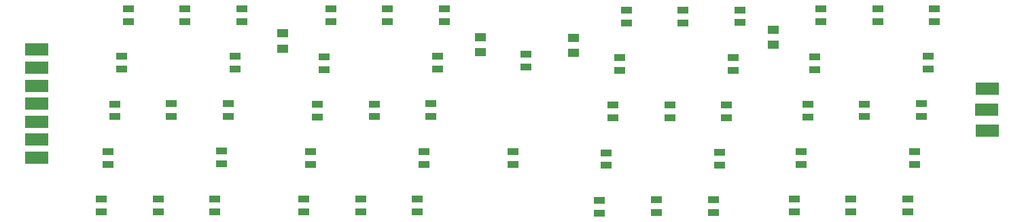
<source format=gbp>
G04 Layer_Color=128*
%FSLAX42Y42*%
%MOMM*%
G71*
G01*
G75*
%ADD15R,1.40X1.05*%
%ADD16R,1.35X0.95*%
%ADD17R,3.00X1.50*%
D15*
X9434Y2612D02*
D03*
Y2802D02*
D03*
X6945Y2508D02*
D03*
Y2698D02*
D03*
X5785Y2709D02*
D03*
Y2519D02*
D03*
X3317Y2753D02*
D03*
Y2563D02*
D03*
D16*
X1393Y3059D02*
D03*
Y2899D02*
D03*
X1310Y2465D02*
D03*
Y2305D02*
D03*
X1226Y1871D02*
D03*
Y1711D02*
D03*
X1143Y1276D02*
D03*
Y1116D02*
D03*
X1059Y682D02*
D03*
Y522D02*
D03*
X1766Y524D02*
D03*
Y684D02*
D03*
X2474Y525D02*
D03*
Y685D02*
D03*
X2557Y1280D02*
D03*
Y1120D02*
D03*
X2641Y1874D02*
D03*
Y1714D02*
D03*
X1933Y1712D02*
D03*
Y1872D02*
D03*
X2100Y2901D02*
D03*
Y3061D02*
D03*
X2808Y3062D02*
D03*
Y2902D02*
D03*
X2724Y2468D02*
D03*
Y2308D02*
D03*
X3918Y3058D02*
D03*
Y2898D02*
D03*
X3834Y2463D02*
D03*
Y2303D02*
D03*
X3751Y1869D02*
D03*
Y1709D02*
D03*
X3667Y1275D02*
D03*
Y1115D02*
D03*
X3584Y681D02*
D03*
Y521D02*
D03*
X4291Y523D02*
D03*
Y683D02*
D03*
X4998Y524D02*
D03*
Y684D02*
D03*
X5081Y1278D02*
D03*
Y1118D02*
D03*
X5165Y1872D02*
D03*
Y1712D02*
D03*
X4458Y1711D02*
D03*
Y1871D02*
D03*
X4625Y2899D02*
D03*
Y3059D02*
D03*
X5332Y3061D02*
D03*
Y2901D02*
D03*
X5248Y2467D02*
D03*
Y2307D02*
D03*
X6352Y2493D02*
D03*
Y2333D02*
D03*
X6192Y1114D02*
D03*
Y1274D02*
D03*
X7602Y3045D02*
D03*
Y2885D02*
D03*
X7518Y2451D02*
D03*
Y2291D02*
D03*
X7435Y1856D02*
D03*
Y1696D02*
D03*
X7351Y1262D02*
D03*
Y1102D02*
D03*
X7268Y668D02*
D03*
Y508D02*
D03*
X7975Y510D02*
D03*
Y670D02*
D03*
X8682Y511D02*
D03*
Y671D02*
D03*
X8765Y1265D02*
D03*
Y1105D02*
D03*
X8849Y1860D02*
D03*
Y1700D02*
D03*
X8142Y1698D02*
D03*
Y1858D02*
D03*
X8309Y2886D02*
D03*
Y3046D02*
D03*
X9016Y3048D02*
D03*
Y2888D02*
D03*
X8932Y2294D02*
D03*
Y2454D02*
D03*
X10027Y3057D02*
D03*
Y2897D02*
D03*
X9944Y2463D02*
D03*
Y2303D02*
D03*
X9860Y1869D02*
D03*
Y1709D02*
D03*
X9777Y1275D02*
D03*
Y1115D02*
D03*
X9693Y681D02*
D03*
Y521D02*
D03*
X10400Y522D02*
D03*
Y682D02*
D03*
X11107Y524D02*
D03*
Y684D02*
D03*
X11191Y1118D02*
D03*
Y1278D02*
D03*
X11274Y1872D02*
D03*
Y1712D02*
D03*
X10567Y1711D02*
D03*
Y1871D02*
D03*
X10734Y2899D02*
D03*
Y3059D02*
D03*
X11441Y3061D02*
D03*
Y2901D02*
D03*
X11358Y2306D02*
D03*
Y2466D02*
D03*
D17*
X12100Y2060D02*
D03*
Y1540D02*
D03*
X12090Y1800D02*
D03*
X250Y1200D02*
D03*
Y1425D02*
D03*
Y1650D02*
D03*
Y1875D02*
D03*
Y2100D02*
D03*
Y2325D02*
D03*
Y2550D02*
D03*
M02*

</source>
